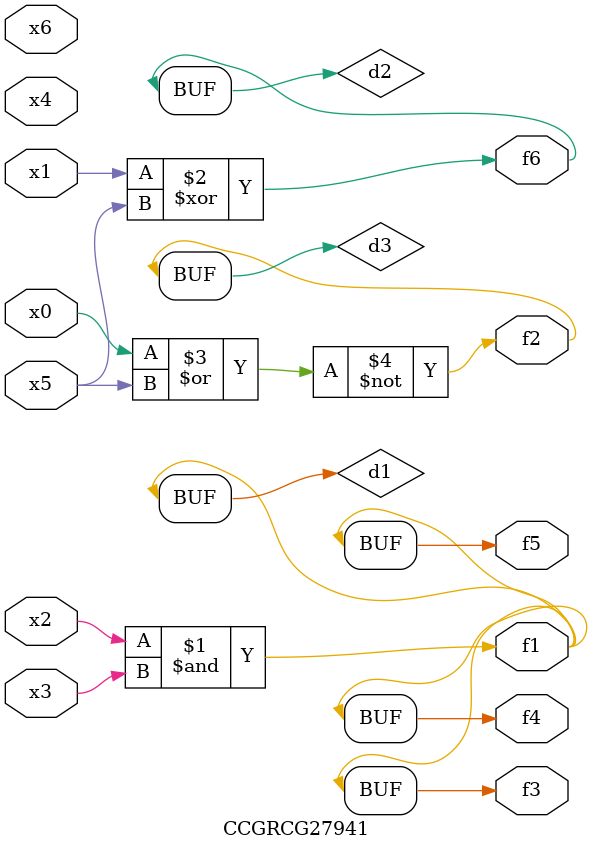
<source format=v>
module CCGRCG27941(
	input x0, x1, x2, x3, x4, x5, x6,
	output f1, f2, f3, f4, f5, f6
);

	wire d1, d2, d3;

	and (d1, x2, x3);
	xor (d2, x1, x5);
	nor (d3, x0, x5);
	assign f1 = d1;
	assign f2 = d3;
	assign f3 = d1;
	assign f4 = d1;
	assign f5 = d1;
	assign f6 = d2;
endmodule

</source>
